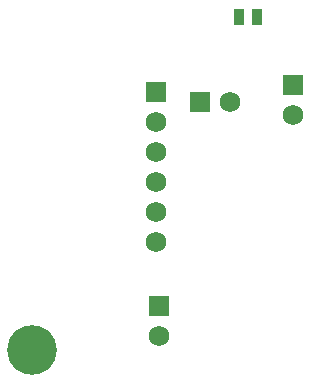
<source format=gbs>
G04 (created by PCBNEW (2013-05-31 BZR 4019)-stable) date 7/20/2013 3:51:13 PM*
%MOIN*%
G04 Gerber Fmt 3.4, Leading zero omitted, Abs format*
%FSLAX34Y34*%
G01*
G70*
G90*
G04 APERTURE LIST*
%ADD10C,0.00590551*%
%ADD11R,0.068X0.068*%
%ADD12C,0.068*%
%ADD13C,0.1655*%
%ADD14R,0.033X0.053*%
G04 APERTURE END LIST*
G54D10*
G54D11*
X24106Y-13681D03*
G54D12*
X25106Y-13681D03*
G54D11*
X22736Y-20464D03*
G54D12*
X22736Y-21464D03*
G54D13*
X18504Y-21948D03*
G54D14*
X25400Y-10850D03*
X26000Y-10850D03*
G54D11*
X22637Y-13346D03*
G54D12*
X22637Y-14346D03*
X22637Y-15346D03*
X22637Y-16346D03*
X22637Y-17346D03*
X22637Y-18346D03*
G54D11*
X27200Y-13100D03*
G54D12*
X27200Y-14100D03*
M02*

</source>
